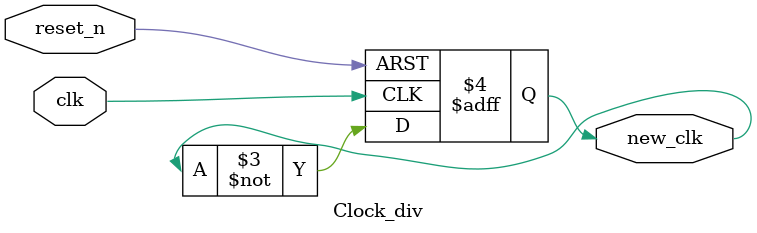
<source format=sv>
`timescale 1ns / 1ps



module Clock_div(
input logic clk,
input logic reset_n,
output logic new_clk
 );
 
 
 always_ff@(posedge clk, negedge reset_n)
 begin
 
 if (!reset_n)
      new_clk<=0;
      
  else
      new_clk<=~new_clk;  
  
 end 



endmodule

</source>
